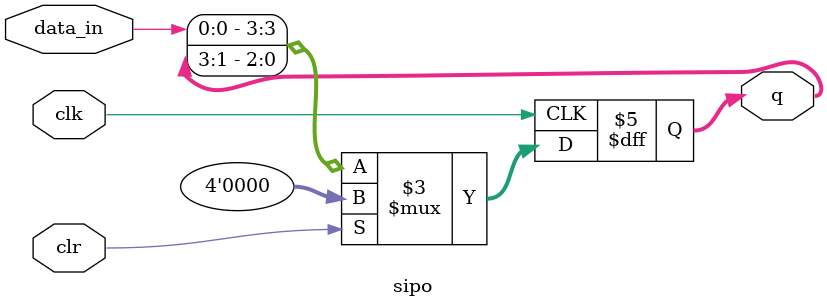
<source format=v>
module sipo #(parameter NBIT = 4) (input clk,
	    input clr,
    	    input data_in,
    	    output reg [NBIT -1 :0] q);
    always @(posedge clk)
    begin
	    if (clr)
		    q <= 0;
	    else 
		    q <= {data_in,q[NBIT -1:1]};
	    end

    endmodule

</source>
